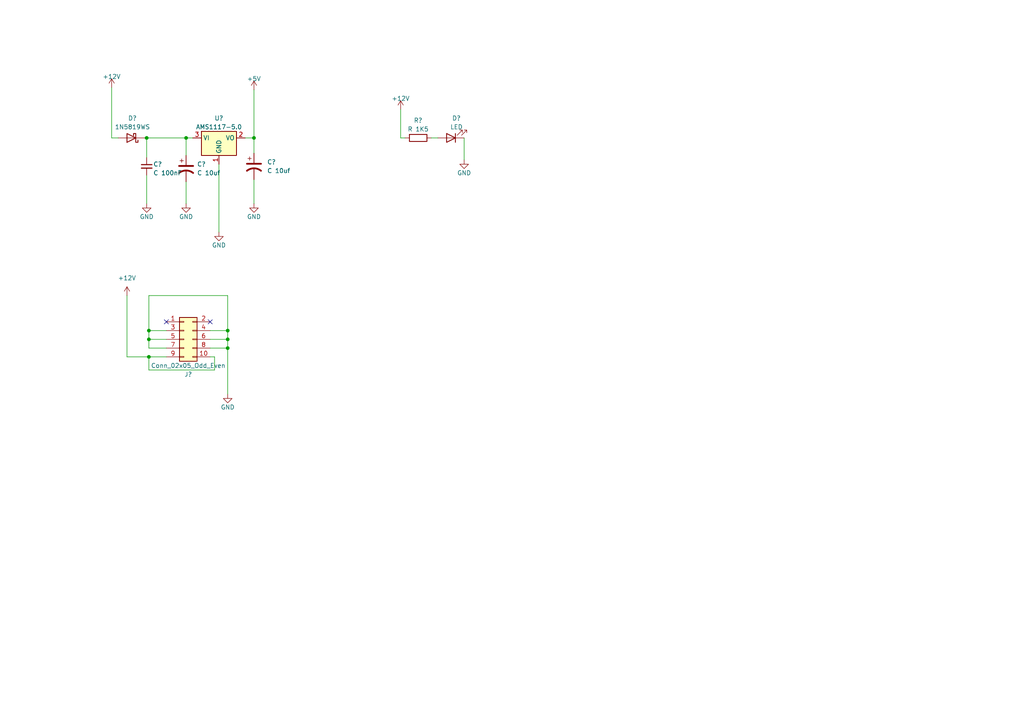
<source format=kicad_sch>
(kicad_sch (version 20230121) (generator eeschema)
  (paper "A4")
  (lib_symbols
    (symbol "Connector_Generic:Conn_02x05_Odd_Even" (pin_names (offset 1.016) hide)
      (property "Reference" "J" (at 1.27 7.62 0))
      (property "Value" "Conn_02x05_Odd_Even" (at 1.27 -7.62 0))
      (symbol "Conn_02x05_Odd_Even_1_1"
        (rectangle (start -1.27 -4.953) (end 0 -5.207) (stroke (width 0.1524)))
        (rectangle (start -1.27 -2.413) (end 0 -2.667) (stroke (width 0.1524)))
        (rectangle (start -1.27 0.127) (end 0 -0.127) (stroke (width 0.1524)))
        (rectangle (start -1.27 2.667) (end 0 2.413) (stroke (width 0.1524)))
        (rectangle (start -1.27 5.207) (end 0 4.953) (stroke (width 0.1524)))
        (rectangle (start -1.27 6.35) (end 3.81 -6.35) (stroke (width 0.254)) (fill (type background)))
        (rectangle (start 3.81 -4.953) (end 2.54 -5.207) (stroke (width 0.1524)))
        (rectangle (start 3.81 -2.413) (end 2.54 -2.667) (stroke (width 0.1524)))
        (rectangle (start 3.81 0.127) (end 2.54 -0.127) (stroke (width 0.1524)))
        (rectangle (start 3.81 2.667) (end 2.54 2.413) (stroke (width 0.1524)))
        (rectangle (start 3.81 5.207) (end 2.54 4.953) (stroke (width 0.1524)))
        (pin passive line (at -5.08 5.08 0) (length 3.81) (name "Pin_1") (number "1"))
        (pin passive line (at 7.62 -5.08 180) (length 3.81) (name "Pin_10") (number "10"))
        (pin passive line (at 7.62 5.08 180) (length 3.81) (name "Pin_2") (number "2"))
        (pin passive line (at -5.08 2.54 0) (length 3.81) (name "Pin_3") (number "3"))
        (pin passive line (at 7.62 2.54 180) (length 3.81) (name "Pin_4") (number "4"))
        (pin passive line (at -5.08 0 0) (length 3.81) (name "Pin_5") (number "5"))
        (pin passive line (at 7.62 0 180) (length 3.81) (name "Pin_6") (number "6"))
        (pin passive line (at -5.08 -2.54 0) (length 3.81) (name "Pin_7") (number "7"))
        (pin passive line (at 7.62 -2.54 180) (length 3.81) (name "Pin_8") (number "8"))
        (pin passive line (at -5.08 -5.08 0) (length 3.81) (name "Pin_9") (number "9"))
      )
    )
    (symbol "Device:C_Polarized_US" (pin_numbers hide) (pin_names (offset 0.254) hide)
      (property "Reference" "C" (at 0.635 2.54 0))
      (property "Value" "C_Polarized_US" (at 0.635 -2.54 0))
      (symbol "C_Polarized_US_0_1"
        (polyline (pts (xy -2.032 0.762) (xy 2.032 0.762)) (stroke (width 0.508)))
        (polyline (pts (xy -1.778 2.286) (xy -0.762 2.286)))
        (polyline (pts (xy -1.27 1.778) (xy -1.27 2.794)))
        (arc (start 2.032 -1.27) (mid 0 -0.5572) (end -2.032 -1.27) (stroke (width 0.508)))
      )
      (symbol "C_Polarized_US_1_1"
        (pin passive line (at 0 3.81 270) (length 2.794) (name "~") (number "1"))
        (pin passive line (at 0 -3.81 90) (length 3.302) (name "~") (number "2"))
      )
    )
    (symbol "Device:C_Small" (pin_numbers hide) (pin_names (offset 0.254) hide)
      (property "Reference" "C" (at 0.254 1.778 0))
      (property "Value" "C_Small" (at 0.254 -2.032 0))
      (symbol "C_Small_0_1"
        (polyline (pts (xy -1.524 -0.508) (xy 1.524 -0.508)) (stroke (width 0.3302)))
        (polyline (pts (xy -1.524 0.508) (xy 1.524 0.508)) (stroke (width 0.3048)))
      )
      (symbol "C_Small_1_1"
        (pin passive line (at 0 2.54 270) (length 2.032) (name "~") (number "1"))
        (pin passive line (at 0 -2.54 90) (length 2.032) (name "~") (number "2"))
      )
    )
    (symbol "Device:LED" (pin_numbers hide) (pin_names (offset 1.016) hide)
      (property "Reference" "D" (at 0 2.54 0))
      (property "Value" "LED" (at 0 -2.54 0))
      (symbol "LED_0_1"
        (polyline (pts (xy -1.27 -1.27) (xy -1.27 1.27)) (stroke (width 0.254)))
        (polyline (pts (xy -1.27 0) (xy 1.27 0)))
        (polyline (pts (xy 1.27 -1.27) (xy 1.27 1.27) (xy -1.27 0) (xy 1.27 -1.27)) (stroke (width 0.254)))
        (polyline (pts (xy -3.048 -0.762) (xy -4.572 -2.286) (xy -3.81 -2.286) (xy -4.572 -2.286) (xy -4.572 -1.524)))
        (polyline (pts (xy -1.778 -0.762) (xy -3.302 -2.286) (xy -2.54 -2.286) (xy -3.302 -2.286) (xy -3.302 -1.524)))
      )
      (symbol "LED_1_1"
        (pin passive line (at -3.81 0 0) (length 2.54) (name "K") (number "1"))
        (pin passive line (at 3.81 0 180) (length 2.54) (name "A") (number "2"))
      )
    )
    (symbol "Device:R" (pin_numbers hide) (pin_names (offset 0))
      (property "Reference" "R" (at 2.032 0 90))
      (property "Value" "R" (at 0 0 90))
      (symbol "R_0_1"
        (rectangle (start -1.016 -2.54) (end 1.016 2.54) (stroke (width 0.254)))
      )
      (symbol "R_1_1"
        (pin passive line (at 0 3.81 270) (length 1.27) (name "~") (number "1"))
        (pin passive line (at 0 -3.81 90) (length 1.27) (name "~") (number "2"))
      )
    )
    (symbol "Diode:1N5819WS" (pin_numbers hide) (pin_names (offset 1.016) hide)
      (property "Reference" "D" (at 0 2.54 0))
      (property "Value" "1N5819WS" (at 0 -2.54 0))
      (symbol "1N5819WS_0_1"
        (polyline (pts (xy 1.27 0) (xy -1.27 0)))
        (polyline (pts (xy 1.27 1.27) (xy 1.27 -1.27) (xy -1.27 0) (xy 1.27 1.27)) (stroke (width 0.254)))
        (polyline (pts (xy -1.905 0.635) (xy -1.905 1.27) (xy -1.27 1.27) (xy -1.27 -1.27) (xy -0.635 -1.27) (xy -0.635 -0.635)) (stroke (width 0.254)))
      )
      (symbol "1N5819WS_1_1"
        (pin passive line (at -3.81 0 0) (length 2.54) (name "K") (number "1"))
        (pin passive line (at 3.81 0 180) (length 2.54) (name "A") (number "2"))
      )
    )
    (symbol "Regulator_Linear:LD1117S12TR_SOT223"
      (property "Reference" "U" (at -3.81 3.175 0))
      (property "Value" "LD1117S12TR_SOT223" (at 0 3.175 0))
      (symbol "LD1117S12TR_SOT223_0_1"
        (rectangle (start -5.08 -5.08) (end 5.08 1.905) (stroke (width 0.254)) (fill (type background)))
      )
      (symbol "LD1117S12TR_SOT223_1_1"
        (pin power_in line (at 0 -7.62 90) (length 2.54) (name "GND") (number "1"))
        (pin power_out line (at 7.62 0 180) (length 2.54) (name "VO") (number "2"))
        (pin power_in line (at -7.62 0 0) (length 2.54) (name "VI") (number "3"))
      )
    )
    (symbol "power:+12V" (power) (pin_names (offset 0))
      (property "Value" "+12V" (at 0 3.556 0))
      (symbol "+12V_0_1"
        (polyline (pts (xy -0.762 1.27) (xy 0 2.54)))
        (polyline (pts (xy 0 0) (xy 0 2.54)))
        (polyline (pts (xy 0 2.54) (xy 0.762 1.27)))
      )
      (symbol "+12V_1_1"
        (pin power_in line (at 0 0 90) (length 0) hide (name "+12V") (number "1"))
      )
    )
    (symbol "power:+5V" (power) (pin_names (offset 0))
      (property "Value" "+5V" (at 0 3.556 0))
      (symbol "+5V_0_1"
        (polyline (pts (xy -0.762 1.27) (xy 0 2.54)))
        (polyline (pts (xy 0 0) (xy 0 2.54)))
        (polyline (pts (xy 0 2.54) (xy 0.762 1.27)))
      )
      (symbol "+5V_1_1"
        (pin power_in line (at 0 0 90) (length 0) hide (name "+5V") (number "1"))
      )
    )
    (symbol "power:GND" (power) (pin_names (offset 0))
      (property "Value" "GND" (at 0 -3.81 0))
      (symbol "GND_0_1"
        (polyline (pts (xy 0 0) (xy 0 -1.27) (xy 1.27 -1.27) (xy 0 -2.54) (xy -1.27 -1.27) (xy 0 -1.27)))
      )
      (symbol "GND_1_1"
        (pin power_in line (at 0 0 270) (length 0) hide (name "GND") (number "1"))
      )
    )
  )
  (junction (at 66.04 95.885))
  (junction (at 66.04 98.425))
  (junction (at 53.975 40.005))
  (junction (at 43.18 98.425))
  (junction (at 66.04 100.965))
  (junction (at 43.18 95.885))
  (junction (at 73.66 40.005))
  (junction (at 42.545 40.005))
  (junction (at 43.18 103.505))
  (no_connect (at 60.96 93.345))
  (no_connect (at 48.26 93.345))
  (wire (pts (xy 62.23 107.315) (xy 62.23 103.505)))
  (wire (pts (xy 42.545 50.8) (xy 42.545 59.055)))
  (wire (pts (xy 66.04 85.725) (xy 43.18 85.725)))
  (wire (pts (xy 73.66 40.005) (xy 73.66 44.45)))
  (wire (pts (xy 43.18 95.885) (xy 43.18 98.425)))
  (wire (pts (xy 32.385 40.005) (xy 34.29 40.005)))
  (wire (pts (xy 41.91 40.005) (xy 42.545 40.005)))
  (wire (pts (xy 43.18 100.965) (xy 48.26 100.965)))
  (wire (pts (xy 42.545 40.005) (xy 53.975 40.005)))
  (wire (pts (xy 125.095 40.005) (xy 127 40.005)))
  (wire (pts (xy 66.04 98.425) (xy 66.04 95.885)))
  (wire (pts (xy 71.12 40.005) (xy 73.66 40.005)))
  (wire (pts (xy 116.205 31.75) (xy 116.205 40.005)))
  (wire (pts (xy 43.18 98.425) (xy 43.18 100.965)))
  (wire (pts (xy 66.04 85.725) (xy 66.04 95.885)))
  (wire (pts (xy 42.545 40.005) (xy 42.545 45.72)))
  (wire (pts (xy 53.975 45.085) (xy 53.975 40.005)))
  (wire (pts (xy 66.04 100.965) (xy 66.04 98.425)))
  (wire (pts (xy 60.96 100.965) (xy 66.04 100.965)))
  (wire (pts (xy 134.62 40.005) (xy 134.62 46.355)))
  (wire (pts (xy 73.66 52.07) (xy 73.66 59.055)))
  (wire (pts (xy 73.66 26.035) (xy 73.66 40.005)))
  (wire (pts (xy 63.5 47.625) (xy 63.5 67.31)))
  (wire (pts (xy 62.23 103.505) (xy 60.96 103.505)))
  (wire (pts (xy 66.04 100.965) (xy 66.04 114.3)))
  (wire (pts (xy 48.26 103.505) (xy 43.18 103.505)))
  (wire (pts (xy 116.205 40.005) (xy 117.475 40.005)))
  (wire (pts (xy 32.385 25.4) (xy 32.385 40.005)))
  (wire (pts (xy 43.18 95.885) (xy 48.26 95.885)))
  (wire (pts (xy 53.975 52.705) (xy 53.975 59.055)))
  (wire (pts (xy 36.83 85.725) (xy 36.83 103.505)))
  (wire (pts (xy 36.83 103.505) (xy 43.18 103.505)))
  (wire (pts (xy 43.18 85.725) (xy 43.18 95.885)))
  (wire (pts (xy 60.96 98.425) (xy 66.04 98.425)))
  (wire (pts (xy 53.975 40.005) (xy 55.88 40.005)))
  (wire (pts (xy 60.96 95.885) (xy 66.04 95.885)))
  (wire (pts (xy 43.18 107.315) (xy 62.23 107.315)))
  (wire (pts (xy 43.18 103.505) (xy 43.18 107.315)))
  (wire (pts (xy 43.18 98.425) (xy 48.26 98.425)))
  (symbol (lib_id "Connector_Generic:Conn_02x05_Odd_Even") (at 53.34 98.425 0) (unit 1)
    (property "Reference" "J?" (at 54.61 108.585 0))
    (property "Value" "Conn_02x05_Odd_Even" (at 54.61 106.045 0))
    (property "Footprint" "Connector_PinHeader_2.54mm:PinHeader_2x05_P2.54mm_Vertical" (effects hide))
    (property "LCSC" "C492422" (effects hide))
    (instances (project "main" (path "" (reference "J?") (unit 1)) (path "" (reference "J1") (unit 1))) (project "main" (path "" (reference "J1") (unit 1))))
  )
  (symbol (lib_id "Regulator_Linear:LD1117S12TR_SOT223") (at 63.5 40.005 0) (unit 1)
    (property "Reference" "U?" (at 63.5 34.29 0))
    (property "Value" "AMS1117-5.0" (at 63.5 36.83 0))
    (property "Footprint" "Package_TO_SOT_SMD:SOT-223-3_TabPin2" (effects hide))
    (property "Datasheet" "http://www.st.com/st-web-ui/static/active/en/resource/technical/document/datasheet/CD00000544.pdf" (effects hide))
    (property "LCSC" "C917153" (effects hide))
    (instances (project "main" (path "" (reference "U?") (unit 1)) (path "" (reference "U2") (unit 1))) (project "main" (path "" (reference "U2") (unit 1))))
  )
  (symbol (lib_id "power:GND") (at 134.62 46.355 0) (unit 1)
    (property "Reference" "#PWR?" (effects hide))
    (property "Value" "GND" (at 134.62 50.165 0))
    (instances (project "main" (path "" (reference "#PWR?") (unit 1)) (path "" (reference "#PWR0110") (unit 1))) (project "main" (path "" (reference "#PWR015") (unit 1))))
  )
  (symbol (lib_id "power:GND") (at 66.04 114.3 0) (unit 1)
    (property "Reference" "#PWR?" (effects hide))
    (property "Value" "GND" (at 66.04 118.11 0))
    (instances (project "main" (path "" (reference "#PWR?") (unit 1)) (path "" (reference "#PWR0115") (unit 1))) (project "main" (path "" (reference "#PWR03") (unit 1))))
  )
  (symbol (lib_id "power:+12V") (at 116.205 31.75 0) (unit 1)
    (property "Reference" "#PWR?" (effects hide))
    (property "Value" "+12V" (at 116.205 28.575 0))
    (instances (project "main" (path "" (reference "#PWR?") (unit 1)) (path "" (reference "#PWR0109") (unit 1))) (project "main" (path "" (reference "#PWR014") (unit 1))))
  )
  (symbol (lib_id "Device:LED") (at 130.81 40.005 180) (unit 1)
    (property "Reference" "D?" (at 132.3975 34.29 0))
    (property "Value" "LED" (at 132.3975 36.83 0))
    (property "Footprint" "LED_SMD:LED_0805_2012Metric" (effects hide))
    (property "LCSC" "C84256" (effects hide))
    (instances (project "main" (path "" (reference "D?") (unit 1)) (path "" (reference "D2") (unit 1))) (project "main" (path "" (reference "D1") (unit 1))))
  )
  (symbol (lib_id "power:+5V") (at 73.66 26.035 0) (unit 1)
    (property "Reference" "#PWR01" (effects hide))
    (property "Value" "+5V" (at 73.66 22.86 0))
  )
  (symbol (lib_id "power:GND") (at 63.5 67.31 0) (unit 1)
    (property "Reference" "#PWR?" (effects hide))
    (property "Value" "GND" (at 63.5 71.12 0))
    (instances (project "main" (path "" (reference "#PWR?") (unit 1)) (path "" (reference "#PWR0107") (unit 1))) (project "main" (path "" (reference "#PWR07") (unit 1))))
  )
  (symbol (lib_id "power:+12V") (at 32.385 25.4 0) (mirror y) (unit 1)
    (property "Reference" "#PWR?" (effects hide))
    (property "Value" "+12V" (at 32.385 22.225 0))
    (instances (project "main" (path "" (reference "#PWR?") (unit 1)) (path "" (reference "#PWR0108") (unit 1))) (project "main" (path "" (reference "#PWR04") (unit 1))))
  )
  (symbol (lib_id "power:GND") (at 42.545 59.055 0) (unit 1)
    (property "Reference" "#PWR?" (effects hide))
    (property "Value" "GND" (at 42.545 62.865 0))
    (instances (project "main" (path "" (reference "#PWR?") (unit 1)) (path "" (reference "#PWR0111") (unit 1))) (project "main" (path "" (reference "#PWR018") (unit 1))))
  )
  (symbol (lib_id "Device:C_Small") (at 42.545 48.26 0) (unit 1)
    (property "Reference" "C?" (at 44.45 47.625 0) (effects (justify left)))
    (property "Value" "C 100nF" (at 44.45 50.165 0) (effects (justify left)))
    (property "Footprint" "Capacitor_SMD:C_0805_2012Metric" (effects hide))
    (property "LCSC" "C49678" (effects hide))
    (instances (project "main" (path "" (reference "C?") (unit 1)) (path "" (reference "C7") (unit 1))) (project "main" (path "" (reference "C9") (unit 1))))
  )
  (symbol (lib_id "Device:C_Polarized_US") (at 53.975 48.895 0) (unit 1)
    (property "Reference" "C?" (at 57.15 47.625 0) (effects (justify left)))
    (property "Value" "C 10uf" (at 57.15 50.165 0) (effects (justify left)))
    (property "Footprint" "Capacitor_SMD:CP_Elec_5x5.4" (effects hide))
    (property "LCSC" "C72486" (effects hide))
    (instances (project "main" (path "" (reference "C?") (unit 1)) (path "" (reference "C8") (unit 1))) (project "main" (path "" (reference "C3") (unit 1))))
  )
  (symbol (lib_id "Device:R") (at 121.285 40.005 270) (unit 1)
    (property "Reference" "R?" (at 121.285 34.925 90))
    (property "Value" "R 1K5" (at 121.285 37.465 90))
    (property "Footprint" "Resistor_SMD:R_0805_2012Metric" (effects hide))
    (property "LCSC" "C4310" (effects hide))
    (instances (project "main" (path "" (reference "R?") (unit 1)) (path "" (reference "R1") (unit 1))) (project "main" (path "" (reference "R2") (unit 1))))
  )
  (symbol (lib_id "Device:C_Polarized_US") (at 73.66 48.26 0) (unit 1)
    (property "Reference" "C?" (at 77.47 46.99 0) (effects (justify left)))
    (property "Value" "C 10uf" (at 77.47 49.53 0) (effects (justify left)))
    (property "Footprint" "Capacitor_SMD:CP_Elec_5x5.4" (effects hide))
    (property "LCSC" "C72486" (effects hide))
    (instances (project "main" (path "" (reference "C?") (unit 1)) (path "" (reference "C9") (unit 1))) (project "main" (path "" (reference "C4") (unit 1))))
  )
  (symbol (lib_id "power:+12V") (at 36.83 85.725 0) (unit 1)
    (property "Reference" "#PWR?" (effects hide))
    (property "Value" "+12V" (at 36.83 80.645 0))
    (instances (project "main" (path "" (reference "#PWR?") (unit 1)) (path "" (reference "#PWR0114") (unit 1))) (project "main" (path "" (reference "#PWR02") (unit 1))))
  )
  (symbol (lib_id "power:GND") (at 53.975 59.055 0) (unit 1)
    (property "Reference" "#PWR?" (effects hide))
    (property "Value" "GND" (at 53.975 62.865 0))
    (instances (project "main" (path "" (reference "#PWR?") (unit 1)) (path "" (reference "#PWR0112") (unit 1))) (project "main" (path "" (reference "#PWR05") (unit 1))))
  )
  (symbol (lib_id "Diode:1N5819WS") (at 38.1 40.005 180) (unit 1)
    (property "Reference" "D?" (at 38.4175 34.29 0))
    (property "Value" "1N5819WS" (at 38.4175 36.83 0))
    (property "Footprint" "Diode_SMD:D_SOD-323" (effects hide))
    (property "Datasheet" "https://datasheet.lcsc.com/lcsc/2204281430_Guangdong-Hottech-1N5819WS_C191023.pdf" (effects hide))
    (property "LCSC" "C191023" (effects hide))
    (instances (project "main" (path "" (reference "D?") (unit 1)) (path "" (reference "D1") (unit 1))) (project "main" (path "" (reference "D2") (unit 1))))
  )
  (symbol (lib_id "power:GND") (at 73.66 59.055 0) (unit 1)
    (property "Reference" "#PWR?" (effects hide))
    (property "Value" "GND" (at 73.66 62.865 0))
    (instances (project "main" (path "" (reference "#PWR?") (unit 1)) (path "" (reference "#PWR0106") (unit 1))) (project "main" (path "" (reference "#PWR07") (unit 1))))
  )
)
</source>
